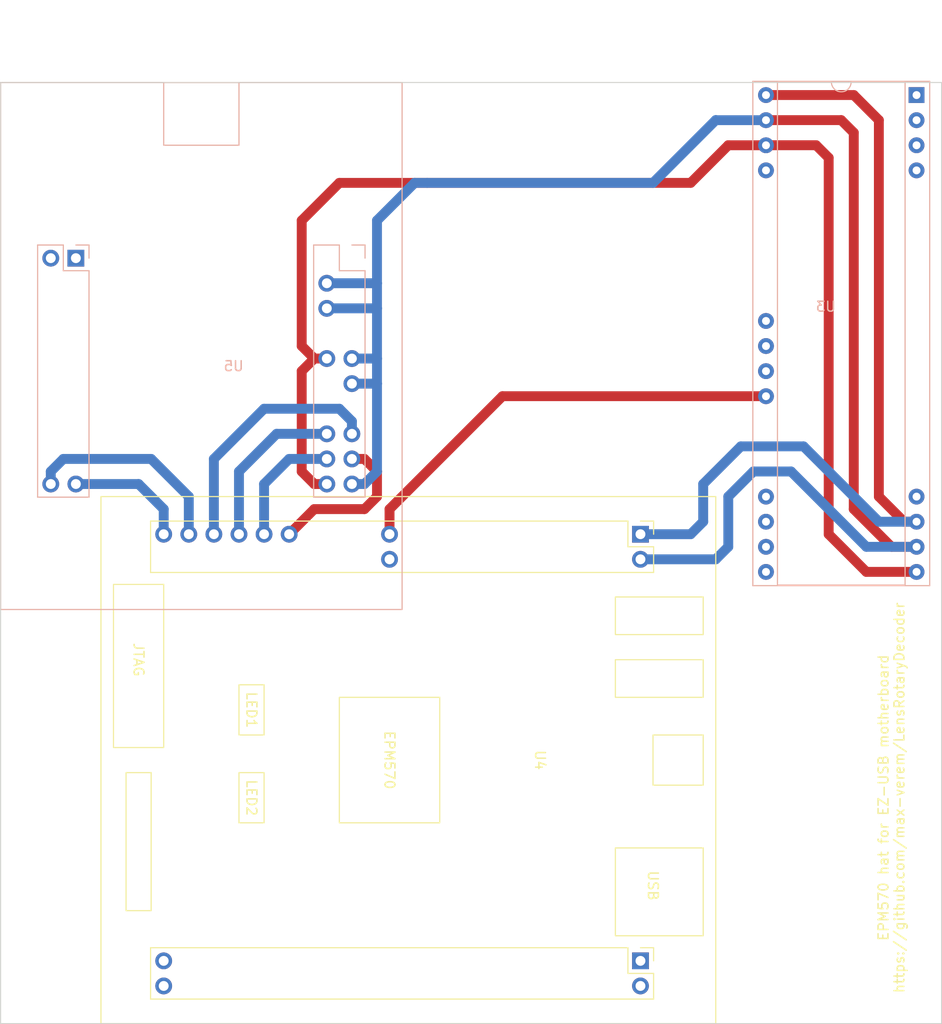
<source format=kicad_pcb>
(kicad_pcb (version 20211014) (generator pcbnew)
  (layers (0 "F.Cu" signal) (31 "B.Cu" signal) (34 "B.Paste" user) (35 "F.Paste" user) (36 "B.SilkS" user "B.Silkscreen") (37 "F.SilkS" user "F.Silkscreen") (38 "B.Mask" user) (39 "F.Mask" user) (44 "Edge.Cuts" user))
  (net 0 "")
  (net 1 "/GND")
  (net 2 "/VCC")
  (net 3 "/OUT_ZOOM_A")
  (net 4 "/OUT_ZOOM_B")
  (net 5 "/OUT_FOCUS_B")
  (net 6 "/OUT_IRIS_A")
  (net 7 "/OUT_IRIS_B")
  (net 8 "/OUT_FOCUS_A")
  (net 22 "/TX2")
  (net 26 "/PWIN")
  (footprint "LensRotaryDecoder:EPM570_DEV_BOARD_WEAK" (layer "F.Cu") (at 102.87 110.49 -90)
    (fp_text reference "U4" (at 0 -15.24 -90 unlocked) (layer "F.SilkS"))
    (fp_text value "EPM570_DEV_BOARD")
    (fp_text user "USB" (at 12.7 -26.67 -90 unlocked) (layer "F.SilkS"))
    (fp_text user "LED2" (at 3.81 13.97 -90 unlocked) (layer "F.SilkS"))
    (fp_text user "EPM570" (at 0 0 -90 unlocked) (layer "F.SilkS"))
    (fp_text user "LED1" (at -5.08 13.97 -90 unlocked) (layer "F.SilkS"))
    (fp_text user "JTAG" (at -10.16 25.4 -90 unlocked) (layer "F.SilkS"))
    (fp_line (start 18.99 24.19) (end 24.19 24.19) (layer "F.SilkS") (width 0.12))
    (fp_line (start -21.59 -26.73) (end -18.99 -26.73) (layer "F.SilkS") (width 0.12))
    (fp_line (start -24.19 -26.73) (end -22.86 -26.73) (layer "F.SilkS") (width 0.12))
    (fp_line (start -24.19 -24.13) (end -24.19 24.19) (layer "F.SilkS") (width 0.12))
    (fp_line (start 18.99 -26.73) (end 20.32 -26.73) (layer "F.SilkS") (width 0.12))
    (fp_line (start -24.19 24.19) (end -18.99 24.19) (layer "F.SilkS") (width 0.12))
    (fp_line (start -18.99 -26.73) (end -18.99 24.19) (layer "F.SilkS") (width 0.12))
    (fp_line (start -24.19 -25.4) (end -24.19 -26.73) (layer "F.SilkS") (width 0.12))
    (fp_line (start 21.59 -24.13) (end 21.59 -26.73) (layer "F.SilkS") (width 0.12))
    (fp_line (start 18.99 -25.4) (end 18.99 -26.73) (layer "F.SilkS") (width 0.12))
    (fp_line (start 24.19 -26.73) (end 24.19 24.19) (layer "F.SilkS") (width 0.12))
    (fp_line (start 18.99 -24.13) (end 18.99 24.19) (layer "F.SilkS") (width 0.12))
    (fp_line (start -24.19 -24.13) (end -21.59 -24.13) (layer "F.SilkS") (width 0.12))
    (fp_line (start 18.99 -24.13) (end 21.59 -24.13) (layer "F.SilkS") (width 0.12))
    (fp_line (start -21.59 -24.13) (end -21.59 -26.73) (layer "F.SilkS") (width 0.12))
    (fp_line (start 21.59 -26.73) (end 24.19 -26.73) (layer "F.SilkS") (width 0.12))
    (fp_rect (start -26.67 -33.02) (end 26.67 29.21) (layer "F.SilkS") (width 0.12) (fill none))
    (fp_rect (start -2.54 -31.75) (end 2.54 -26.67) (layer "F.SilkS") (width 0.12) (fill none))
    (fp_rect (start -16.51 -31.75) (end -12.7 -22.86) (layer "F.SilkS") (width 0.12) (fill none))
    (fp_rect (start 8.89 -31.75) (end 17.78 -22.86) (layer "F.SilkS") (width 0.12) (fill none))
    (fp_rect (start -7.62 12.7) (end -2.54 15.24) (layer "F.SilkS") (width 0.12) (fill none))
    (fp_rect (start 1.27 24.13) (end 15.24 26.67) (layer "F.SilkS") (width 0.12) (fill none))
    (fp_rect (start -17.78 22.86) (end -1.27 27.94) (layer "F.SilkS") (width 0.12) (fill none))
    (fp_rect (start -6.35 -5.08) (end 6.35 5.08) (layer "F.SilkS") (width 0.12) (fill none))
    (fp_rect (start -10.16 -31.75) (end -6.35 -22.86) (layer "F.SilkS") (width 0.12) (fill none))
    (fp_rect (start 6.35 15.24) (end 1.27 12.7) (layer "F.SilkS") (width 0.12) (fill none))
    (pad "1" thru_hole rect (at -22.86 -25.4 270) (size 1.7 1.7) (drill 1) (layers *.Cu *.Mask) (net 26 "/PWIN"))
    (pad "2" thru_hole oval (at -20.32 -25.4 270) (size 1.7 1.7) (drill 1) (layers *.Cu *.Mask) (net 1 "/GND"))
    (pad "21" thru_hole oval (at -22.86 0 270) (size 1.7 1.7) (drill 1) (layers *.Cu *.Mask) (net 22 "/TX2"))
    (pad "22" thru_hole oval (at -20.32 0 270) (size 1.7 1.7) (drill 1) (layers *.Cu *.Mask))
    (pad "29" thru_hole oval (at -22.86 10.16 270) (size 1.7 1.7) (drill 1) (layers *.Cu *.Mask) (net 8 "/OUT_FOCUS_A"))
    (pad "31" thru_hole oval (at -22.86 12.7 270) (size 1.7 1.7) (drill 1) (layers *.Cu *.Mask) (net 5 "/OUT_FOCUS_B"))
    (pad "33" thru_hole oval (at -22.86 15.24 270) (size 1.7 1.7) (drill 1) (layers *.Cu *.Mask) (net 4 "/OUT_ZOOM_B"))
    (pad "35" thru_hole oval (at -22.86 17.78 270) (size 1.7 1.7) (drill 1) (layers *.Cu *.Mask) (net 3 "/OUT_ZOOM_A"))
    (pad "37" thru_hole oval (at -22.86 20.32 270) (size 1.7 1.7) (drill 1) (layers *.Cu *.Mask) (net 6 "/OUT_IRIS_A"))
    (pad "39" thru_hole oval (at -22.86 22.86 270) (size 1.7 1.7) (drill 1) (layers *.Cu *.Mask) (net 7 "/OUT_IRIS_B"))
    (pad "41" thru_hole rect (at 20.32 -25.4 270) (size 1.7 1.7) (drill 1) (layers *.Cu *.Mask))
    (pad "42" thru_hole oval (at 22.86 -25.4 270) (size 1.7 1.7) (drill 1) (layers *.Cu *.Mask))
    (pad "79" thru_hole oval (at 20.32 22.86 270) (size 1.7 1.7) (drill 1) (layers *.Cu *.Mask))
    (pad "80" thru_hole oval (at 22.86 22.86 270) (size 1.7 1.7) (drill 1) (layers *.Cu *.Mask))
  )
  (footprint "MountingHole:MountingHole_3.2mm_M3" (layer "F.Cu") (at 67.31 130.81)
    (fp_text reference "H3" hide)
    (fp_text value "MountingHole" hide)
    (pad "" np_thru_hole circle locked (at 0 0) (size 3.2 3.2) (drill 3.2) (layers *.Cu *.Mask))
  )
  (footprint "MountingHole:MountingHole_3.2mm_M3" (layer "F.Cu") (at 143.51 130.81)
    (fp_text reference "H4" hide)
    (fp_text value "MountingHole" hide)
    (pad "" np_thru_hole circle locked (at 0 0) (size 3.2 3.2) (drill 3.2) (layers *.Cu *.Mask))
  )
  (footprint "MountingHole:MountingHole_3.2mm_M3" (layer "F.Cu") (at 114.3 45.72)
    (fp_text reference "H1" hide)
    (fp_text value "MountingHole" hide)
    (pad "" np_thru_hole circle locked (at 0 0) (size 3.2 3.2) (drill 3.2) (layers *.Cu *.Mask))
  )
  (footprint "MountingHole:MountingHole_3.2mm_M3" (layer "F.Cu") (at 67.31 45.72)
    (fp_text reference "H2" hide)
    (fp_text value "MountingHole" hide)
    (pad "" np_thru_hole circle locked (at 0 0) (size 3.2 3.2) (drill 3.2) (layers *.Cu *.Mask))
  )
  (footprint "LensRotaryDecoder:CY7C68013A_EZ-USB_FX2LP_WEAK" (layer "B.Cu") (at 87.09 71.115 180)
    (fp_text reference "U5" (at 0 0.5 unlocked) (layer "B.SilkS") (effects (justify mirror)))
    (fp_text value "CY7C68013A_EZ-USB_FX2LP")
    (fp_line (start 17.24 12.755) (end 19.84 12.755) (layer "B.SilkS") (width 0.12))
    (fp_line (start 14.64 11.425) (end 14.64 12.755) (layer "B.SilkS") (width 0.12))
    (fp_line (start 14.64 10.155) (end 17.24 10.155) (layer "B.SilkS") (width 0.12))
    (fp_line (start 14.64 10.155) (end 14.64 -12.765) (layer "B.SilkS") (width 0.12))
    (fp_line (start -13.3 11.425) (end -13.3 12.755) (layer "B.SilkS") (width 0.12))
    (fp_line (start 14.64 12.755) (end 15.97 12.755) (layer "B.SilkS") (width 0.12))
    (fp_line (start -13.3 10.155) (end -13.3 -12.765) (layer "B.SilkS") (width 0.12))
    (fp_line (start 19.84 12.755) (end 19.84 -12.765) (layer "B.SilkS") (width 0.12))
    (fp_line (start -13.3 10.155) (end -10.7 10.155) (layer "B.SilkS") (width 0.12))
    (fp_line (start -10.7 12.755) (end -8.1 12.755) (layer "B.SilkS") (width 0.12))
    (fp_line (start -10.7 10.155) (end -10.7 12.755) (layer "B.SilkS") (width 0.12))
    (fp_line (start -13.3 -12.765) (end -8.1 -12.765) (layer "B.SilkS") (width 0.12))
    (fp_line (start 17.24 10.155) (end 17.24 12.755) (layer "B.SilkS") (width 0.12))
    (fp_line (start 14.64 -12.765) (end 19.84 -12.765) (layer "B.SilkS") (width 0.12))
    (fp_line (start -8.1 12.755) (end -8.1 -12.765) (layer "B.SilkS") (width 0.12))
    (fp_line (start -13.3 12.755) (end -11.97 12.755) (layer "B.SilkS") (width 0.12))
    (fp_rect (start -0.54 29.205) (end 7.08 22.855) (layer "B.SilkS") (width 0.12) (fill none))
    (fp_rect (start -17.05 29.205) (end 23.59 -24.135) (layer "B.SilkS") (width 0.12) (fill none))
    (pad "4" thru_hole oval (at -9.43 8.885 180) (size 1.7 1.7) (drill 1) (layers *.Cu *.Mask) (net 1 "/GND"))
    (pad "6" thru_hole oval (at -9.43 6.345 180) (size 1.7 1.7) (drill 1) (layers *.Cu *.Mask) (net 1 "/GND"))
    (pad "9" thru_hole oval (at -11.97 1.265 180) (size 1.7 1.7) (drill 1) (layers *.Cu *.Mask) (net 1 "/GND"))
    (pad "10" thru_hole oval (at -9.43 1.265 180) (size 1.7 1.7) (drill 1) (layers *.Cu *.Mask) (net 2 "/VCC"))
    (pad "11" thru_hole oval (at -11.97 -1.275 180) (size 1.7 1.7) (drill 1) (layers *.Cu *.Mask) (net 1 "/GND"))
    (pad "15" thru_hole oval (at -11.97 -6.355 180) (size 1.7 1.7) (drill 1) (layers *.Cu *.Mask) (net 3 "/OUT_ZOOM_A"))
    (pad "16" thru_hole oval (at -9.43 -6.355 180) (size 1.7 1.7) (drill 1) (layers *.Cu *.Mask) (net 4 "/OUT_ZOOM_B"))
    (pad "17" thru_hole oval (at -11.97 -8.895 180) (size 1.7 1.7) (drill 1) (layers *.Cu *.Mask) (net 8 "/OUT_FOCUS_A"))
    (pad "18" thru_hole oval (at -9.43 -8.895 180) (size 1.7 1.7) (drill 1) (layers *.Cu *.Mask) (net 5 "/OUT_FOCUS_B"))
    (pad "19" thru_hole oval (at -11.97 -11.435 180) (size 1.7 1.7) (drill 1) (layers *.Cu *.Mask) (net 1 "/GND"))
    (pad "20" thru_hole oval (at -9.43 -11.435 180) (size 1.7 1.7) (drill 1) (layers *.Cu *.Mask) (net 2 "/VCC"))
    (pad "21" thru_hole rect (at 15.97 11.425 180) (size 1.7 1.7) (drill 1) (layers *.Cu *.Mask))
    (pad "22" thru_hole oval (at 18.51 11.425 180) (size 1.7 1.7) (drill 1) (layers *.Cu *.Mask))
    (pad "39" thru_hole oval (at 15.97 -11.435 180) (size 1.7 1.7) (drill 1) (layers *.Cu *.Mask) (net 7 "/OUT_IRIS_B"))
    (pad "40" thru_hole oval (at 18.51 -11.435 180) (size 1.7 1.7) (drill 1) (layers *.Cu *.Mask) (net 6 "/OUT_IRIS_A"))
  )
  (footprint "LensRotaryDecoder:STM32F4x1Cx_v2.0+ (WEAK1)" (layer "B.Cu") (at 147.035 65.095 180)
    (fp_text reference "U3" (at 0 0.5 unlocked) (layer "B.SilkS") (effects (justify mirror)))
    (fp_text value "STM32F4x1Cx_v2.0+")
    (fp_line (start 7.39 -27.74) (end 7.39 23.3) (layer "B.SilkS") (width 0.12))
    (fp_line (start -2.56 23.24) (end -8.02 23.24) (layer "B.SilkS") (width 0.12))
    (fp_line (start 7.39 23.3) (end -10.51 23.3) (layer "B.SilkS") (width 0.12))
    (fp_line (start 4.9 23.24) (end -0.56 23.24) (layer "B.SilkS") (width 0.12))
    (fp_line (start -8.02 23.24) (end -8.02 -27.68) (layer "B.SilkS") (width 0.12))
    (fp_line (start 4.9 -27.68) (end 4.9 23.24) (layer "B.SilkS") (width 0.12))
    (fp_line (start -8.02 -27.68) (end 4.9 -27.68) (layer "B.SilkS") (width 0.12))
    (fp_line (start -10.51 23.3) (end -10.51 -27.74) (layer "B.SilkS") (width 0.12))
    (fp_line (start -10.51 -27.74) (end 7.39 -27.74) (layer "B.SilkS") (width 0.12))
    (fp_arc (start -2.56 23.24) (mid -1.56 22.24) (end -0.56 23.24) (layer "B.SilkS") (width 0.12))
    (pad "1" thru_hole rect (at -9.18 21.91 180) (size 1.6 1.6) (drill 0.8) (layers *.Cu *.Mask))
    (pad "2" thru_hole oval (at -9.18 19.37 180) (size 1.6 1.6) (drill 0.8) (layers *.Cu *.Mask))
    (pad "3" thru_hole oval (at -9.18 16.83 180) (size 1.6 1.6) (drill 0.8) (layers *.Cu *.Mask))
    (pad "4" thru_hole oval (at -9.18 14.29 180) (size 1.6 1.6) (drill 0.8) (layers *.Cu *.Mask))
    (pad "17" thru_hole oval (at -9.18 -18.73 180) (size 1.6 1.6) (drill 0.8) (layers *.Cu *.Mask))
    (pad "18" thru_hole oval (at -9.18 -21.27 180) (size 1.6 1.6) (drill 0.8) (layers *.Cu *.Mask) (net 26 "/PWIN"))
    (pad "19" thru_hole oval (at -9.18 -23.81 180) (size 1.6 1.6) (drill 0.8) (layers *.Cu *.Mask) (net 1 "/GND"))
    (pad "20" thru_hole oval (at -9.18 -26.35 180) (size 1.6 1.6) (drill 0.8) (layers *.Cu *.Mask) (net 2 "/VCC"))
    (pad "21" thru_hole oval (at 6.06 -26.35 180) (size 1.6 1.6) (drill 0.8) (layers *.Cu *.Mask))
    (pad "22" thru_hole oval (at 6.06 -23.81 180) (size 1.6 1.6) (drill 0.8) (layers *.Cu *.Mask))
    (pad "23" thru_hole oval (at 6.06 -21.27 180) (size 1.6 1.6) (drill 0.8) (layers *.Cu *.Mask))
    (pad "24" thru_hole oval (at 6.06 -18.73 180) (size 1.6 1.6) (drill 0.8) (layers *.Cu *.Mask))
    (pad "28" thru_hole oval (at 6.06 -8.57 180) (size 1.6 1.6) (drill 0.8) (layers *.Cu *.Mask) (net 22 "/TX2"))
    (pad "29" thru_hole oval (at 6.06 -6.03 180) (size 1.6 1.6) (drill 0.8) (layers *.Cu *.Mask))
    (pad "30" thru_hole oval (at 6.06 -3.49 180) (size 1.6 1.6) (drill 0.8) (layers *.Cu *.Mask))
    (pad "31" thru_hole oval (at 6.06 -0.95 180) (size 1.6 1.6) (drill 0.8) (layers *.Cu *.Mask))
    (pad "37" thru_hole oval (at 6.06 14.29 180) (size 1.6 1.6) (drill 0.8) (layers *.Cu *.Mask))
    (pad "38" thru_hole oval (at 6.06 16.83 180) (size 1.6 1.6) (drill 0.8) (layers *.Cu *.Mask) (net 2 "/VCC"))
    (pad "39" thru_hole oval (at 6.06 19.37 180) (size 1.6 1.6) (drill 0.8) (layers *.Cu *.Mask) (net 1 "/GND"))
    (pad "40" thru_hole oval (at 6.06 21.91 180) (size 1.6 1.6) (drill 0.8) (layers *.Cu *.Mask) (net 26 "/PWIN"))
  )
  (gr_rect (start 63.5 41.91) (end 158.75 137.16) (layer "Edge.Cuts") (width 0.1) (fill none))
  (gr_text "EPM570 hat for EZ-USB motherboard\nhttps://github.com/max-verem/LensRotaryDecoder" (at 153.67 114.3 90) (layer "F.SilkS") (effects (font (size 1 1))))
  (segment (start 140.97 45.72) (end 148.59 45.72) (width 1) (layer "F.Cu") (net 1))
  (segment (start 148.59 45.72) (end 149.86 46.99) (width 1) (layer "F.Cu") (net 1))
  (segment (start 153.67 88.9) (end 156.21 88.9) (width 1) (layer "F.Cu") (net 1))
  (segment (start 149.86 85.09) (end 153.67 88.9) (width 1) (layer "F.Cu") (net 1))
  (segment (start 149.86 46.99) (end 149.86 85.09) (width 1) (layer "F.Cu") (net 1))
  (segment (start 101.6 72.39) (end 101.6 81.28) (width 1) (layer "B.Cu") (net 1))
  (segment (start 96.52 64.77) (end 101.6 64.77) (width 1) (layer "B.Cu") (net 1))
  (segment (start 137.16 83.82) (end 139.7 81.28) (width 1) (layer "B.Cu") (net 1))
  (segment (start 101.6 69.85) (end 101.6 72.39) (width 1) (layer "B.Cu") (net 1))
  (segment (start 151.135 88.905) (end 156.215 88.905) (width 1) (layer "B.Cu") (net 1))
  (segment (start 105.41 52.07) (end 106.68 52.07) (width 1) (layer "B.Cu") (net 1))
  (segment (start 101.6 55.88) (end 105.41 52.07) (width 1) (layer "B.Cu") (net 1))
  (segment (start 101.6 81.28) (end 100.33 82.55) (width 1) (layer "B.Cu") (net 1))
  (segment (start 135.89 45.72) (end 129.54 52.07) (width 1) (layer "B.Cu") (net 1))
  (segment (start 100.33 82.55) (end 99.06 82.55) (width 1) (layer "B.Cu") (net 1))
  (segment (start 139.7 81.28) (end 143.51 81.28) (width 1) (layer "B.Cu") (net 1))
  (segment (start 128.27 90.17) (end 135.89 90.17) (width 1) (layer "B.Cu") (net 1))
  (segment (start 140.975 45.725) (end 135.895 45.725) (width 1) (layer "B.Cu") (net 1))
  (segment (start 101.6 69.85) (end 101.6 64.77) (width 1) (layer "B.Cu") (net 1))
  (segment (start 101.6 62.23) (end 101.6 55.88) (width 1) (layer "B.Cu") (net 1))
  (segment (start 99.06 72.39) (end 101.6 72.39) (width 1) (layer "B.Cu") (net 1))
  (segment (start 135.89 90.17) (end 137.16 88.9) (width 1) (layer "B.Cu") (net 1))
  (segment (start 143.51 81.28) (end 151.135 88.905) (width 1) (layer "B.Cu") (net 1))
  (segment (start 99.06 69.85) (end 101.6 69.85) (width 1) (layer "B.Cu") (net 1))
  (segment (start 137.16 88.9) (end 137.16 83.82) (width 1) (layer "B.Cu") (net 1))
  (segment (start 101.6 64.77) (end 101.6 62.23) (width 1) (layer "B.Cu") (net 1))
  (segment (start 135.895 45.725) (end 135.89 45.72) (width 1) (layer "B.Cu") (net 1))
  (segment (start 106.68 52.07) (end 129.54 52.07) (width 1) (layer "B.Cu") (net 1))
  (segment (start 96.52 62.23) (end 101.6 62.23) (width 1) (layer "B.Cu") (net 1))
  (segment (start 93.98 55.88) (end 97.79 52.07) (width 1) (layer "F.Cu") (net 2))
  (segment (start 93.98 81.28) (end 93.98 71.12) (width 1) (layer "F.Cu") (net 2))
  (segment (start 133.35 52.07) (end 137.16 48.26) (width 1) (layer "F.Cu") (net 2))
  (segment (start 97.79 52.07) (end 133.35 52.07) (width 1) (layer "F.Cu") (net 2))
  (segment (start 147.32 87.63) (end 151.13 91.44) (width 1) (layer "F.Cu") (net 2))
  (segment (start 95.25 69.85) (end 96.52 69.85) (width 1) (layer "F.Cu") (net 2))
  (segment (start 137.165 48.265) (end 140.975 48.265) (width 1) (layer "F.Cu") (net 2))
  (segment (start 146.05 48.26) (end 147.32 49.53) (width 1) (layer "F.Cu") (net 2))
  (segment (start 95.25 82.55) (end 93.98 81.28) (width 1) (layer "F.Cu") (net 2))
  (segment (start 96.52 82.55) (end 95.25 82.55) (width 1) (layer "F.Cu") (net 2))
  (segment (start 140.97 48.26) (end 146.05 48.26) (width 1) (layer "F.Cu") (net 2))
  (segment (start 93.98 71.12) (end 95.25 69.85) (width 1) (layer "F.Cu") (net 2))
  (segment (start 147.32 49.53) (end 147.32 87.63) (width 1) (layer "F.Cu") (net 2))
  (segment (start 93.98 55.88) (end 93.98 68.58) (width 1) (layer "F.Cu") (net 2))
  (segment (start 93.98 68.58) (end 95.25 69.85) (width 1) (layer "F.Cu") (net 2))
  (segment (start 151.13 91.44) (end 156.21 91.44) (width 1) (layer "F.Cu") (net 2))
  (segment (start 137.16 48.26) (end 137.165 48.265) (width 1) (layer "F.Cu") (net 2))
  (segment (start 90.17 74.93) (end 97.79 74.93) (width 1) (layer "B.Cu") (net 3))
  (segment (start 85.09 80.01) (end 90.17 74.93) (width 1) (layer "B.Cu") (net 3))
  (segment (start 97.79 74.93) (end 99.06 76.2) (width 1) (layer "B.Cu") (net 3))
  (segment (start 85.09 87.63) (end 85.09 80.01) (width 1) (layer "B.Cu") (net 3))
  (segment (start 99.06 76.2) (end 99.06 77.47) (width 1) (layer "B.Cu") (net 3))
  (segment (start 91.44 77.47) (end 87.63 81.28) (width 1) (layer "B.Cu") (net 4))
  (segment (start 96.52 77.47) (end 91.44 77.47) (width 1) (layer "B.Cu") (net 4))
  (segment (start 87.63 81.28) (end 87.63 87.63) (width 1) (layer "B.Cu") (net 4))
  (segment (start 96.52 80.01) (end 92.71 80.01) (width 1) (layer "B.Cu") (net 5))
  (segment (start 92.71 80.01) (end 90.17 82.55) (width 1) (layer "B.Cu") (net 5))
  (segment (start 90.17 82.55) (end 90.17 87.63) (width 1) (layer "B.Cu") (net 5))
  (segment (start 82.55 83.82) (end 82.55 87.63) (width 1) (layer "B.Cu") (net 6))
  (segment (start 78.74 80.01) (end 82.55 83.82) (width 1) (layer "B.Cu") (net 6))
  (segment (start 68.58 82.55) (end 68.58 81.28) (width 1) (layer "B.Cu") (net 6))
  (segment (start 68.58 81.28) (end 69.85 80.01) (width 1) (layer "B.Cu") (net 6))
  (segment (start 69.85 80.01) (end 78.74 80.01) (width 1) (layer "B.Cu") (net 6))
  (segment (start 71.12 82.55) (end 77.47 82.55) (width 1) (layer "B.Cu") (net 7))
  (segment (start 80.01 85.09) (end 80.01 87.63) (width 1) (layer "B.Cu") (net 7))
  (segment (start 77.47 82.55) (end 80.01 85.09) (width 1) (layer "B.Cu") (net 7))
  (segment (start 100.33 80.01) (end 101.6 81.28) (width 1) (layer "F.Cu") (net 8))
  (segment (start 100.33 85.09) (end 95.25 85.09) (width 1) (layer "F.Cu") (net 8))
  (segment (start 101.6 83.82) (end 100.33 85.09) (width 1) (layer "F.Cu") (net 8))
  (segment (start 95.25 85.09) (end 92.71 87.63) (width 1) (layer "F.Cu") (net 8))
  (segment (start 101.6 81.28) (end 101.6 83.82) (width 1) (layer "F.Cu") (net 8))
  (segment (start 99.06 80.01) (end 100.33 80.01) (width 1) (layer "F.Cu") (net 8))
  (segment (start 114.3 73.66) (end 140.97 73.66) (width 1) (layer "F.Cu") (net 22))
  (segment (start 102.87 85.09) (end 114.3 73.66) (width 1) (layer "F.Cu") (net 22))
  (segment (start 102.87 87.63) (end 102.87 85.09) (width 1) (layer "F.Cu") (net 22))
  (segment (start 149.86 43.18) (end 152.4 45.72) (width 1) (layer "F.Cu") (net 26))
  (segment (start 140.97 43.18) (end 149.86 43.18) (width 1) (layer "F.Cu") (net 26))
  (segment (start 152.4 45.72) (end 152.4 83.82) (width 1) (layer "F.Cu") (net 26))
  (segment (start 154.94 86.36) (end 156.21 86.36) (width 1) (layer "F.Cu") (net 26))
  (segment (start 152.4 83.82) (end 154.94 86.36) (width 1) (layer "F.Cu") (net 26))
  (segment (start 128.27 87.63) (end 133.35 87.63) (width 1) (layer "B.Cu") (net 26))
  (segment (start 138.43 78.74) (end 144.78 78.74) (width 1) (layer "B.Cu") (net 26))
  (segment (start 134.62 82.55) (end 138.43 78.74) (width 1) (layer "B.Cu") (net 26))
  (segment (start 133.35 87.63) (end 134.62 86.36) (width 1) (layer "B.Cu") (net 26))
  (segment (start 144.78 78.74) (end 152.405 86.365) (width 1) (layer "B.Cu") (net 26))
  (segment (start 152.405 86.365) (end 156.215 86.365) (width 1) (layer "B.Cu") (net 26))
  (segment (start 134.62 86.36) (end 134.62 82.55) (width 1) (layer "B.Cu") (net 26))
)
</source>
